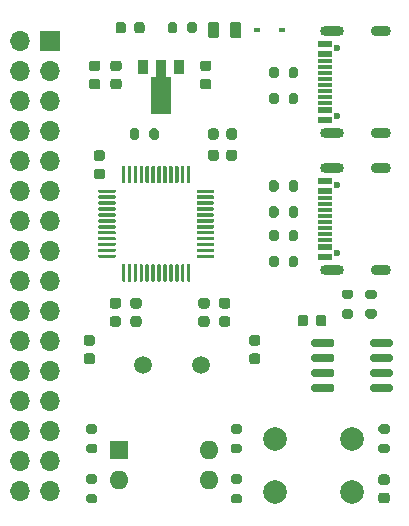
<source format=gts>
G04 #@! TF.GenerationSoftware,KiCad,Pcbnew,5.1.8+dfsg1-1~bpo10+1*
G04 #@! TF.CreationDate,2020-11-15T21:14:17+08:00*
G04 #@! TF.ProjectId,stm32-io-extend,73746d33-322d-4696-9f2d-657874656e64,rev?*
G04 #@! TF.SameCoordinates,Original*
G04 #@! TF.FileFunction,Soldermask,Top*
G04 #@! TF.FilePolarity,Negative*
%FSLAX46Y46*%
G04 Gerber Fmt 4.6, Leading zero omitted, Abs format (unit mm)*
G04 Created by KiCad (PCBNEW 5.1.8+dfsg1-1~bpo10+1) date 2020-11-15 21:14:17*
%MOMM*%
%LPD*%
G01*
G04 APERTURE LIST*
%ADD10R,0.600000X0.450000*%
%ADD11O,2.000000X0.900000*%
%ADD12O,1.700000X0.900000*%
%ADD13R,1.160000X0.300000*%
%ADD14C,0.600000*%
%ADD15R,1.160000X0.600000*%
%ADD16R,1.700000X1.700000*%
%ADD17O,1.700000X1.700000*%
%ADD18R,1.600000X1.600000*%
%ADD19O,1.600000X1.600000*%
%ADD20C,2.000000*%
%ADD21R,0.900000X1.300000*%
%ADD22C,0.100000*%
%ADD23C,1.500000*%
G04 APERTURE END LIST*
G04 #@! TO.C,C1*
G36*
G01*
X119850000Y-43825000D02*
X119350000Y-43825000D01*
G75*
G02*
X119125000Y-43600000I0J225000D01*
G01*
X119125000Y-43150000D01*
G75*
G02*
X119350000Y-42925000I225000J0D01*
G01*
X119850000Y-42925000D01*
G75*
G02*
X120075000Y-43150000I0J-225000D01*
G01*
X120075000Y-43600000D01*
G75*
G02*
X119850000Y-43825000I-225000J0D01*
G01*
G37*
G36*
G01*
X119850000Y-42275000D02*
X119350000Y-42275000D01*
G75*
G02*
X119125000Y-42050000I0J225000D01*
G01*
X119125000Y-41600000D01*
G75*
G02*
X119350000Y-41375000I225000J0D01*
G01*
X119850000Y-41375000D01*
G75*
G02*
X120075000Y-41600000I0J-225000D01*
G01*
X120075000Y-42050000D01*
G75*
G02*
X119850000Y-42275000I-225000J0D01*
G01*
G37*
G04 #@! TD*
G04 #@! TO.C,C2*
G36*
G01*
X128200000Y-53875000D02*
X128700000Y-53875000D01*
G75*
G02*
X128925000Y-54100000I0J-225000D01*
G01*
X128925000Y-54550000D01*
G75*
G02*
X128700000Y-54775000I-225000J0D01*
G01*
X128200000Y-54775000D01*
G75*
G02*
X127975000Y-54550000I0J225000D01*
G01*
X127975000Y-54100000D01*
G75*
G02*
X128200000Y-53875000I225000J0D01*
G01*
G37*
G36*
G01*
X128200000Y-55425000D02*
X128700000Y-55425000D01*
G75*
G02*
X128925000Y-55650000I0J-225000D01*
G01*
X128925000Y-56100000D01*
G75*
G02*
X128700000Y-56325000I-225000J0D01*
G01*
X128200000Y-56325000D01*
G75*
G02*
X127975000Y-56100000I0J225000D01*
G01*
X127975000Y-55650000D01*
G75*
G02*
X128200000Y-55425000I225000J0D01*
G01*
G37*
G04 #@! TD*
G04 #@! TO.C,C3*
G36*
G01*
X128800000Y-42050000D02*
X128800000Y-41550000D01*
G75*
G02*
X129025000Y-41325000I225000J0D01*
G01*
X129475000Y-41325000D01*
G75*
G02*
X129700000Y-41550000I0J-225000D01*
G01*
X129700000Y-42050000D01*
G75*
G02*
X129475000Y-42275000I-225000J0D01*
G01*
X129025000Y-42275000D01*
G75*
G02*
X128800000Y-42050000I0J225000D01*
G01*
G37*
G36*
G01*
X130350000Y-42050000D02*
X130350000Y-41550000D01*
G75*
G02*
X130575000Y-41325000I225000J0D01*
G01*
X131025000Y-41325000D01*
G75*
G02*
X131250000Y-41550000I0J-225000D01*
G01*
X131250000Y-42050000D01*
G75*
G02*
X131025000Y-42275000I-225000J0D01*
G01*
X130575000Y-42275000D01*
G75*
G02*
X130350000Y-42050000I0J225000D01*
G01*
G37*
G04 #@! TD*
G04 #@! TO.C,C4*
G36*
G01*
X129950000Y-55425000D02*
X130450000Y-55425000D01*
G75*
G02*
X130675000Y-55650000I0J-225000D01*
G01*
X130675000Y-56100000D01*
G75*
G02*
X130450000Y-56325000I-225000J0D01*
G01*
X129950000Y-56325000D01*
G75*
G02*
X129725000Y-56100000I0J225000D01*
G01*
X129725000Y-55650000D01*
G75*
G02*
X129950000Y-55425000I225000J0D01*
G01*
G37*
G36*
G01*
X129950000Y-53875000D02*
X130450000Y-53875000D01*
G75*
G02*
X130675000Y-54100000I0J-225000D01*
G01*
X130675000Y-54550000D01*
G75*
G02*
X130450000Y-54775000I-225000J0D01*
G01*
X129950000Y-54775000D01*
G75*
G02*
X129725000Y-54550000I0J225000D01*
G01*
X129725000Y-54100000D01*
G75*
G02*
X129950000Y-53875000I225000J0D01*
G01*
G37*
G04 #@! TD*
G04 #@! TO.C,C5*
G36*
G01*
X122950000Y-54775000D02*
X122450000Y-54775000D01*
G75*
G02*
X122225000Y-54550000I0J225000D01*
G01*
X122225000Y-54100000D01*
G75*
G02*
X122450000Y-53875000I225000J0D01*
G01*
X122950000Y-53875000D01*
G75*
G02*
X123175000Y-54100000I0J-225000D01*
G01*
X123175000Y-54550000D01*
G75*
G02*
X122950000Y-54775000I-225000J0D01*
G01*
G37*
G36*
G01*
X122950000Y-56325000D02*
X122450000Y-56325000D01*
G75*
G02*
X122225000Y-56100000I0J225000D01*
G01*
X122225000Y-55650000D01*
G75*
G02*
X122450000Y-55425000I225000J0D01*
G01*
X122950000Y-55425000D01*
G75*
G02*
X123175000Y-55650000I0J-225000D01*
G01*
X123175000Y-56100000D01*
G75*
G02*
X122950000Y-56325000I-225000J0D01*
G01*
G37*
G04 #@! TD*
G04 #@! TO.C,C6*
G36*
G01*
X120750000Y-33775000D02*
X121250000Y-33775000D01*
G75*
G02*
X121475000Y-34000000I0J-225000D01*
G01*
X121475000Y-34450000D01*
G75*
G02*
X121250000Y-34675000I-225000J0D01*
G01*
X120750000Y-34675000D01*
G75*
G02*
X120525000Y-34450000I0J225000D01*
G01*
X120525000Y-34000000D01*
G75*
G02*
X120750000Y-33775000I225000J0D01*
G01*
G37*
G36*
G01*
X120750000Y-35325000D02*
X121250000Y-35325000D01*
G75*
G02*
X121475000Y-35550000I0J-225000D01*
G01*
X121475000Y-36000000D01*
G75*
G02*
X121250000Y-36225000I-225000J0D01*
G01*
X120750000Y-36225000D01*
G75*
G02*
X120525000Y-36000000I0J225000D01*
G01*
X120525000Y-35550000D01*
G75*
G02*
X120750000Y-35325000I225000J0D01*
G01*
G37*
G04 #@! TD*
G04 #@! TO.C,C7*
G36*
G01*
X121200000Y-56325000D02*
X120700000Y-56325000D01*
G75*
G02*
X120475000Y-56100000I0J225000D01*
G01*
X120475000Y-55650000D01*
G75*
G02*
X120700000Y-55425000I225000J0D01*
G01*
X121200000Y-55425000D01*
G75*
G02*
X121425000Y-55650000I0J-225000D01*
G01*
X121425000Y-56100000D01*
G75*
G02*
X121200000Y-56325000I-225000J0D01*
G01*
G37*
G36*
G01*
X121200000Y-54775000D02*
X120700000Y-54775000D01*
G75*
G02*
X120475000Y-54550000I0J225000D01*
G01*
X120475000Y-54100000D01*
G75*
G02*
X120700000Y-53875000I225000J0D01*
G01*
X121200000Y-53875000D01*
G75*
G02*
X121425000Y-54100000I0J-225000D01*
G01*
X121425000Y-54550000D01*
G75*
G02*
X121200000Y-54775000I-225000J0D01*
G01*
G37*
G04 #@! TD*
G04 #@! TO.C,C8*
G36*
G01*
X118950000Y-35325000D02*
X119450000Y-35325000D01*
G75*
G02*
X119675000Y-35550000I0J-225000D01*
G01*
X119675000Y-36000000D01*
G75*
G02*
X119450000Y-36225000I-225000J0D01*
G01*
X118950000Y-36225000D01*
G75*
G02*
X118725000Y-36000000I0J225000D01*
G01*
X118725000Y-35550000D01*
G75*
G02*
X118950000Y-35325000I225000J0D01*
G01*
G37*
G36*
G01*
X118950000Y-33775000D02*
X119450000Y-33775000D01*
G75*
G02*
X119675000Y-34000000I0J-225000D01*
G01*
X119675000Y-34450000D01*
G75*
G02*
X119450000Y-34675000I-225000J0D01*
G01*
X118950000Y-34675000D01*
G75*
G02*
X118725000Y-34450000I0J225000D01*
G01*
X118725000Y-34000000D01*
G75*
G02*
X118950000Y-33775000I225000J0D01*
G01*
G37*
G04 #@! TD*
G04 #@! TO.C,C9*
G36*
G01*
X137275000Y-55550000D02*
X137275000Y-56050000D01*
G75*
G02*
X137050000Y-56275000I-225000J0D01*
G01*
X136600000Y-56275000D01*
G75*
G02*
X136375000Y-56050000I0J225000D01*
G01*
X136375000Y-55550000D01*
G75*
G02*
X136600000Y-55325000I225000J0D01*
G01*
X137050000Y-55325000D01*
G75*
G02*
X137275000Y-55550000I0J-225000D01*
G01*
G37*
G36*
G01*
X138825000Y-55550000D02*
X138825000Y-56050000D01*
G75*
G02*
X138600000Y-56275000I-225000J0D01*
G01*
X138150000Y-56275000D01*
G75*
G02*
X137925000Y-56050000I0J225000D01*
G01*
X137925000Y-55550000D01*
G75*
G02*
X138150000Y-55325000I225000J0D01*
G01*
X138600000Y-55325000D01*
G75*
G02*
X138825000Y-55550000I0J-225000D01*
G01*
G37*
G04 #@! TD*
G04 #@! TO.C,C10*
G36*
G01*
X130350000Y-40250000D02*
X130350000Y-39750000D01*
G75*
G02*
X130575000Y-39525000I225000J0D01*
G01*
X131025000Y-39525000D01*
G75*
G02*
X131250000Y-39750000I0J-225000D01*
G01*
X131250000Y-40250000D01*
G75*
G02*
X131025000Y-40475000I-225000J0D01*
G01*
X130575000Y-40475000D01*
G75*
G02*
X130350000Y-40250000I0J225000D01*
G01*
G37*
G36*
G01*
X128800000Y-40250000D02*
X128800000Y-39750000D01*
G75*
G02*
X129025000Y-39525000I225000J0D01*
G01*
X129475000Y-39525000D01*
G75*
G02*
X129700000Y-39750000I0J-225000D01*
G01*
X129700000Y-40250000D01*
G75*
G02*
X129475000Y-40475000I-225000J0D01*
G01*
X129025000Y-40475000D01*
G75*
G02*
X128800000Y-40250000I0J225000D01*
G01*
G37*
G04 #@! TD*
G04 #@! TO.C,C11*
G36*
G01*
X143450000Y-68825000D02*
X143950000Y-68825000D01*
G75*
G02*
X144175000Y-69050000I0J-225000D01*
G01*
X144175000Y-69500000D01*
G75*
G02*
X143950000Y-69725000I-225000J0D01*
G01*
X143450000Y-69725000D01*
G75*
G02*
X143225000Y-69500000I0J225000D01*
G01*
X143225000Y-69050000D01*
G75*
G02*
X143450000Y-68825000I225000J0D01*
G01*
G37*
G36*
G01*
X143450000Y-70375000D02*
X143950000Y-70375000D01*
G75*
G02*
X144175000Y-70600000I0J-225000D01*
G01*
X144175000Y-71050000D01*
G75*
G02*
X143950000Y-71275000I-225000J0D01*
G01*
X143450000Y-71275000D01*
G75*
G02*
X143225000Y-71050000I0J225000D01*
G01*
X143225000Y-70600000D01*
G75*
G02*
X143450000Y-70375000I225000J0D01*
G01*
G37*
G04 #@! TD*
G04 #@! TO.C,C12*
G36*
G01*
X128350000Y-35325000D02*
X128850000Y-35325000D01*
G75*
G02*
X129075000Y-35550000I0J-225000D01*
G01*
X129075000Y-36000000D01*
G75*
G02*
X128850000Y-36225000I-225000J0D01*
G01*
X128350000Y-36225000D01*
G75*
G02*
X128125000Y-36000000I0J225000D01*
G01*
X128125000Y-35550000D01*
G75*
G02*
X128350000Y-35325000I225000J0D01*
G01*
G37*
G36*
G01*
X128350000Y-33775000D02*
X128850000Y-33775000D01*
G75*
G02*
X129075000Y-34000000I0J-225000D01*
G01*
X129075000Y-34450000D01*
G75*
G02*
X128850000Y-34675000I-225000J0D01*
G01*
X128350000Y-34675000D01*
G75*
G02*
X128125000Y-34450000I0J225000D01*
G01*
X128125000Y-34000000D01*
G75*
G02*
X128350000Y-33775000I225000J0D01*
G01*
G37*
G04 #@! TD*
G04 #@! TO.C,C13*
G36*
G01*
X119000000Y-59475000D02*
X118500000Y-59475000D01*
G75*
G02*
X118275000Y-59250000I0J225000D01*
G01*
X118275000Y-58800000D01*
G75*
G02*
X118500000Y-58575000I225000J0D01*
G01*
X119000000Y-58575000D01*
G75*
G02*
X119225000Y-58800000I0J-225000D01*
G01*
X119225000Y-59250000D01*
G75*
G02*
X119000000Y-59475000I-225000J0D01*
G01*
G37*
G36*
G01*
X119000000Y-57925000D02*
X118500000Y-57925000D01*
G75*
G02*
X118275000Y-57700000I0J225000D01*
G01*
X118275000Y-57250000D01*
G75*
G02*
X118500000Y-57025000I225000J0D01*
G01*
X119000000Y-57025000D01*
G75*
G02*
X119225000Y-57250000I0J-225000D01*
G01*
X119225000Y-57700000D01*
G75*
G02*
X119000000Y-57925000I-225000J0D01*
G01*
G37*
G04 #@! TD*
G04 #@! TO.C,C14*
G36*
G01*
X133000000Y-57925000D02*
X132500000Y-57925000D01*
G75*
G02*
X132275000Y-57700000I0J225000D01*
G01*
X132275000Y-57250000D01*
G75*
G02*
X132500000Y-57025000I225000J0D01*
G01*
X133000000Y-57025000D01*
G75*
G02*
X133225000Y-57250000I0J-225000D01*
G01*
X133225000Y-57700000D01*
G75*
G02*
X133000000Y-57925000I-225000J0D01*
G01*
G37*
G36*
G01*
X133000000Y-59475000D02*
X132500000Y-59475000D01*
G75*
G02*
X132275000Y-59250000I0J225000D01*
G01*
X132275000Y-58800000D01*
G75*
G02*
X132500000Y-58575000I225000J0D01*
G01*
X133000000Y-58575000D01*
G75*
G02*
X133225000Y-58800000I0J-225000D01*
G01*
X133225000Y-59250000D01*
G75*
G02*
X133000000Y-59475000I-225000J0D01*
G01*
G37*
G04 #@! TD*
D10*
G04 #@! TO.C,D1*
X132950000Y-31200000D03*
X135050000Y-31200000D03*
G04 #@! TD*
G04 #@! TO.C,D2*
G36*
G01*
X123425000Y-30743750D02*
X123425000Y-31256250D01*
G75*
G02*
X123206250Y-31475000I-218750J0D01*
G01*
X122768750Y-31475000D01*
G75*
G02*
X122550000Y-31256250I0J218750D01*
G01*
X122550000Y-30743750D01*
G75*
G02*
X122768750Y-30525000I218750J0D01*
G01*
X123206250Y-30525000D01*
G75*
G02*
X123425000Y-30743750I0J-218750D01*
G01*
G37*
G36*
G01*
X121850000Y-30743750D02*
X121850000Y-31256250D01*
G75*
G02*
X121631250Y-31475000I-218750J0D01*
G01*
X121193750Y-31475000D01*
G75*
G02*
X120975000Y-31256250I0J218750D01*
G01*
X120975000Y-30743750D01*
G75*
G02*
X121193750Y-30525000I218750J0D01*
G01*
X121631250Y-30525000D01*
G75*
G02*
X121850000Y-30743750I0J-218750D01*
G01*
G37*
G04 #@! TD*
G04 #@! TO.C,F1*
G36*
G01*
X128775000Y-31656250D02*
X128775000Y-30743750D01*
G75*
G02*
X129018750Y-30500000I243750J0D01*
G01*
X129506250Y-30500000D01*
G75*
G02*
X129750000Y-30743750I0J-243750D01*
G01*
X129750000Y-31656250D01*
G75*
G02*
X129506250Y-31900000I-243750J0D01*
G01*
X129018750Y-31900000D01*
G75*
G02*
X128775000Y-31656250I0J243750D01*
G01*
G37*
G36*
G01*
X130650000Y-31656250D02*
X130650000Y-30743750D01*
G75*
G02*
X130893750Y-30500000I243750J0D01*
G01*
X131381250Y-30500000D01*
G75*
G02*
X131625000Y-30743750I0J-243750D01*
G01*
X131625000Y-31656250D01*
G75*
G02*
X131381250Y-31900000I-243750J0D01*
G01*
X130893750Y-31900000D01*
G75*
G02*
X130650000Y-31656250I0J243750D01*
G01*
G37*
G04 #@! TD*
D11*
G04 #@! TO.C,J1*
X139270000Y-39920000D03*
X139270000Y-31280000D03*
D12*
X143440000Y-39920000D03*
X143440000Y-31280000D03*
D13*
X138690000Y-36350000D03*
X138690000Y-35850000D03*
X138690000Y-35350000D03*
X138690000Y-37350000D03*
X138690000Y-36850000D03*
X138690000Y-34350000D03*
X138690000Y-34850000D03*
X138690000Y-33850000D03*
D14*
X139750000Y-32710000D03*
X139750000Y-38490000D03*
D15*
X138690000Y-38000000D03*
X138690000Y-38000000D03*
X138690000Y-38800000D03*
X138690000Y-38800000D03*
X138690000Y-33200000D03*
X138690000Y-32400000D03*
X138690000Y-33200000D03*
X138690000Y-32400000D03*
G04 #@! TD*
G04 #@! TO.C,J2*
X138690000Y-44000000D03*
X138690000Y-44800000D03*
X138690000Y-44000000D03*
X138690000Y-44800000D03*
X138690000Y-50400000D03*
X138690000Y-50400000D03*
X138690000Y-49600000D03*
X138690000Y-49600000D03*
D14*
X139750000Y-50090000D03*
X139750000Y-44310000D03*
D13*
X138690000Y-45450000D03*
X138690000Y-46450000D03*
X138690000Y-45950000D03*
X138690000Y-48450000D03*
X138690000Y-48950000D03*
X138690000Y-46950000D03*
X138690000Y-47450000D03*
X138690000Y-47950000D03*
D12*
X143440000Y-42880000D03*
X143440000Y-51520000D03*
D11*
X139270000Y-42880000D03*
X139270000Y-51520000D03*
G04 #@! TD*
D16*
G04 #@! TO.C,J3*
X115400000Y-32150000D03*
D17*
X112860000Y-32150000D03*
X115400000Y-34690000D03*
X112860000Y-34690000D03*
X115400000Y-37230000D03*
X112860000Y-37230000D03*
X115400000Y-39770000D03*
X112860000Y-39770000D03*
X115400000Y-42310000D03*
X112860000Y-42310000D03*
X115400000Y-44850000D03*
X112860000Y-44850000D03*
X115400000Y-47390000D03*
X112860000Y-47390000D03*
X115400000Y-49930000D03*
X112860000Y-49930000D03*
X115400000Y-52470000D03*
X112860000Y-52470000D03*
X115400000Y-55010000D03*
X112860000Y-55010000D03*
X115400000Y-57550000D03*
X112860000Y-57550000D03*
X115400000Y-60090000D03*
X112860000Y-60090000D03*
X115400000Y-62630000D03*
X112860000Y-62630000D03*
X115400000Y-65170000D03*
X112860000Y-65170000D03*
X115400000Y-67710000D03*
X112860000Y-67710000D03*
X115400000Y-70250000D03*
X112860000Y-70250000D03*
G04 #@! TD*
G04 #@! TO.C,R1*
G36*
G01*
X119225000Y-69625000D02*
X118675000Y-69625000D01*
G75*
G02*
X118475000Y-69425000I0J200000D01*
G01*
X118475000Y-69025000D01*
G75*
G02*
X118675000Y-68825000I200000J0D01*
G01*
X119225000Y-68825000D01*
G75*
G02*
X119425000Y-69025000I0J-200000D01*
G01*
X119425000Y-69425000D01*
G75*
G02*
X119225000Y-69625000I-200000J0D01*
G01*
G37*
G36*
G01*
X119225000Y-71275000D02*
X118675000Y-71275000D01*
G75*
G02*
X118475000Y-71075000I0J200000D01*
G01*
X118475000Y-70675000D01*
G75*
G02*
X118675000Y-70475000I200000J0D01*
G01*
X119225000Y-70475000D01*
G75*
G02*
X119425000Y-70675000I0J-200000D01*
G01*
X119425000Y-71075000D01*
G75*
G02*
X119225000Y-71275000I-200000J0D01*
G01*
G37*
G04 #@! TD*
G04 #@! TO.C,R2*
G36*
G01*
X119225000Y-67025000D02*
X118675000Y-67025000D01*
G75*
G02*
X118475000Y-66825000I0J200000D01*
G01*
X118475000Y-66425000D01*
G75*
G02*
X118675000Y-66225000I200000J0D01*
G01*
X119225000Y-66225000D01*
G75*
G02*
X119425000Y-66425000I0J-200000D01*
G01*
X119425000Y-66825000D01*
G75*
G02*
X119225000Y-67025000I-200000J0D01*
G01*
G37*
G36*
G01*
X119225000Y-65375000D02*
X118675000Y-65375000D01*
G75*
G02*
X118475000Y-65175000I0J200000D01*
G01*
X118475000Y-64775000D01*
G75*
G02*
X118675000Y-64575000I200000J0D01*
G01*
X119225000Y-64575000D01*
G75*
G02*
X119425000Y-64775000I0J-200000D01*
G01*
X119425000Y-65175000D01*
G75*
G02*
X119225000Y-65375000I-200000J0D01*
G01*
G37*
G04 #@! TD*
G04 #@! TO.C,R3*
G36*
G01*
X127825000Y-30725000D02*
X127825000Y-31275000D01*
G75*
G02*
X127625000Y-31475000I-200000J0D01*
G01*
X127225000Y-31475000D01*
G75*
G02*
X127025000Y-31275000I0J200000D01*
G01*
X127025000Y-30725000D01*
G75*
G02*
X127225000Y-30525000I200000J0D01*
G01*
X127625000Y-30525000D01*
G75*
G02*
X127825000Y-30725000I0J-200000D01*
G01*
G37*
G36*
G01*
X126175000Y-30725000D02*
X126175000Y-31275000D01*
G75*
G02*
X125975000Y-31475000I-200000J0D01*
G01*
X125575000Y-31475000D01*
G75*
G02*
X125375000Y-31275000I0J200000D01*
G01*
X125375000Y-30725000D01*
G75*
G02*
X125575000Y-30525000I200000J0D01*
G01*
X125975000Y-30525000D01*
G75*
G02*
X126175000Y-30725000I0J-200000D01*
G01*
G37*
G04 #@! TD*
G04 #@! TO.C,R4*
G36*
G01*
X133975000Y-37275000D02*
X133975000Y-36725000D01*
G75*
G02*
X134175000Y-36525000I200000J0D01*
G01*
X134575000Y-36525000D01*
G75*
G02*
X134775000Y-36725000I0J-200000D01*
G01*
X134775000Y-37275000D01*
G75*
G02*
X134575000Y-37475000I-200000J0D01*
G01*
X134175000Y-37475000D01*
G75*
G02*
X133975000Y-37275000I0J200000D01*
G01*
G37*
G36*
G01*
X135625000Y-37275000D02*
X135625000Y-36725000D01*
G75*
G02*
X135825000Y-36525000I200000J0D01*
G01*
X136225000Y-36525000D01*
G75*
G02*
X136425000Y-36725000I0J-200000D01*
G01*
X136425000Y-37275000D01*
G75*
G02*
X136225000Y-37475000I-200000J0D01*
G01*
X135825000Y-37475000D01*
G75*
G02*
X135625000Y-37275000I0J200000D01*
G01*
G37*
G04 #@! TD*
G04 #@! TO.C,R5*
G36*
G01*
X142875000Y-53975000D02*
X142325000Y-53975000D01*
G75*
G02*
X142125000Y-53775000I0J200000D01*
G01*
X142125000Y-53375000D01*
G75*
G02*
X142325000Y-53175000I200000J0D01*
G01*
X142875000Y-53175000D01*
G75*
G02*
X143075000Y-53375000I0J-200000D01*
G01*
X143075000Y-53775000D01*
G75*
G02*
X142875000Y-53975000I-200000J0D01*
G01*
G37*
G36*
G01*
X142875000Y-55625000D02*
X142325000Y-55625000D01*
G75*
G02*
X142125000Y-55425000I0J200000D01*
G01*
X142125000Y-55025000D01*
G75*
G02*
X142325000Y-54825000I200000J0D01*
G01*
X142875000Y-54825000D01*
G75*
G02*
X143075000Y-55025000I0J-200000D01*
G01*
X143075000Y-55425000D01*
G75*
G02*
X142875000Y-55625000I-200000J0D01*
G01*
G37*
G04 #@! TD*
G04 #@! TO.C,R6*
G36*
G01*
X140875000Y-55625000D02*
X140325000Y-55625000D01*
G75*
G02*
X140125000Y-55425000I0J200000D01*
G01*
X140125000Y-55025000D01*
G75*
G02*
X140325000Y-54825000I200000J0D01*
G01*
X140875000Y-54825000D01*
G75*
G02*
X141075000Y-55025000I0J-200000D01*
G01*
X141075000Y-55425000D01*
G75*
G02*
X140875000Y-55625000I-200000J0D01*
G01*
G37*
G36*
G01*
X140875000Y-53975000D02*
X140325000Y-53975000D01*
G75*
G02*
X140125000Y-53775000I0J200000D01*
G01*
X140125000Y-53375000D01*
G75*
G02*
X140325000Y-53175000I200000J0D01*
G01*
X140875000Y-53175000D01*
G75*
G02*
X141075000Y-53375000I0J-200000D01*
G01*
X141075000Y-53775000D01*
G75*
G02*
X140875000Y-53975000I-200000J0D01*
G01*
G37*
G04 #@! TD*
G04 #@! TO.C,R7*
G36*
G01*
X135625000Y-35075000D02*
X135625000Y-34525000D01*
G75*
G02*
X135825000Y-34325000I200000J0D01*
G01*
X136225000Y-34325000D01*
G75*
G02*
X136425000Y-34525000I0J-200000D01*
G01*
X136425000Y-35075000D01*
G75*
G02*
X136225000Y-35275000I-200000J0D01*
G01*
X135825000Y-35275000D01*
G75*
G02*
X135625000Y-35075000I0J200000D01*
G01*
G37*
G36*
G01*
X133975000Y-35075000D02*
X133975000Y-34525000D01*
G75*
G02*
X134175000Y-34325000I200000J0D01*
G01*
X134575000Y-34325000D01*
G75*
G02*
X134775000Y-34525000I0J-200000D01*
G01*
X134775000Y-35075000D01*
G75*
G02*
X134575000Y-35275000I-200000J0D01*
G01*
X134175000Y-35275000D01*
G75*
G02*
X133975000Y-35075000I0J200000D01*
G01*
G37*
G04 #@! TD*
G04 #@! TO.C,R8*
G36*
G01*
X131475000Y-71275000D02*
X130925000Y-71275000D01*
G75*
G02*
X130725000Y-71075000I0J200000D01*
G01*
X130725000Y-70675000D01*
G75*
G02*
X130925000Y-70475000I200000J0D01*
G01*
X131475000Y-70475000D01*
G75*
G02*
X131675000Y-70675000I0J-200000D01*
G01*
X131675000Y-71075000D01*
G75*
G02*
X131475000Y-71275000I-200000J0D01*
G01*
G37*
G36*
G01*
X131475000Y-69625000D02*
X130925000Y-69625000D01*
G75*
G02*
X130725000Y-69425000I0J200000D01*
G01*
X130725000Y-69025000D01*
G75*
G02*
X130925000Y-68825000I200000J0D01*
G01*
X131475000Y-68825000D01*
G75*
G02*
X131675000Y-69025000I0J-200000D01*
G01*
X131675000Y-69425000D01*
G75*
G02*
X131475000Y-69625000I-200000J0D01*
G01*
G37*
G04 #@! TD*
G04 #@! TO.C,R9*
G36*
G01*
X143425000Y-64575000D02*
X143975000Y-64575000D01*
G75*
G02*
X144175000Y-64775000I0J-200000D01*
G01*
X144175000Y-65175000D01*
G75*
G02*
X143975000Y-65375000I-200000J0D01*
G01*
X143425000Y-65375000D01*
G75*
G02*
X143225000Y-65175000I0J200000D01*
G01*
X143225000Y-64775000D01*
G75*
G02*
X143425000Y-64575000I200000J0D01*
G01*
G37*
G36*
G01*
X143425000Y-66225000D02*
X143975000Y-66225000D01*
G75*
G02*
X144175000Y-66425000I0J-200000D01*
G01*
X144175000Y-66825000D01*
G75*
G02*
X143975000Y-67025000I-200000J0D01*
G01*
X143425000Y-67025000D01*
G75*
G02*
X143225000Y-66825000I0J200000D01*
G01*
X143225000Y-66425000D01*
G75*
G02*
X143425000Y-66225000I200000J0D01*
G01*
G37*
G04 #@! TD*
G04 #@! TO.C,R10*
G36*
G01*
X130925000Y-66225000D02*
X131475000Y-66225000D01*
G75*
G02*
X131675000Y-66425000I0J-200000D01*
G01*
X131675000Y-66825000D01*
G75*
G02*
X131475000Y-67025000I-200000J0D01*
G01*
X130925000Y-67025000D01*
G75*
G02*
X130725000Y-66825000I0J200000D01*
G01*
X130725000Y-66425000D01*
G75*
G02*
X130925000Y-66225000I200000J0D01*
G01*
G37*
G36*
G01*
X130925000Y-64575000D02*
X131475000Y-64575000D01*
G75*
G02*
X131675000Y-64775000I0J-200000D01*
G01*
X131675000Y-65175000D01*
G75*
G02*
X131475000Y-65375000I-200000J0D01*
G01*
X130925000Y-65375000D01*
G75*
G02*
X130725000Y-65175000I0J200000D01*
G01*
X130725000Y-64775000D01*
G75*
G02*
X130925000Y-64575000I200000J0D01*
G01*
G37*
G04 #@! TD*
G04 #@! TO.C,R11*
G36*
G01*
X136425000Y-44125000D02*
X136425000Y-44675000D01*
G75*
G02*
X136225000Y-44875000I-200000J0D01*
G01*
X135825000Y-44875000D01*
G75*
G02*
X135625000Y-44675000I0J200000D01*
G01*
X135625000Y-44125000D01*
G75*
G02*
X135825000Y-43925000I200000J0D01*
G01*
X136225000Y-43925000D01*
G75*
G02*
X136425000Y-44125000I0J-200000D01*
G01*
G37*
G36*
G01*
X134775000Y-44125000D02*
X134775000Y-44675000D01*
G75*
G02*
X134575000Y-44875000I-200000J0D01*
G01*
X134175000Y-44875000D01*
G75*
G02*
X133975000Y-44675000I0J200000D01*
G01*
X133975000Y-44125000D01*
G75*
G02*
X134175000Y-43925000I200000J0D01*
G01*
X134575000Y-43925000D01*
G75*
G02*
X134775000Y-44125000I0J-200000D01*
G01*
G37*
G04 #@! TD*
G04 #@! TO.C,R12*
G36*
G01*
X135625000Y-46875000D02*
X135625000Y-46325000D01*
G75*
G02*
X135825000Y-46125000I200000J0D01*
G01*
X136225000Y-46125000D01*
G75*
G02*
X136425000Y-46325000I0J-200000D01*
G01*
X136425000Y-46875000D01*
G75*
G02*
X136225000Y-47075000I-200000J0D01*
G01*
X135825000Y-47075000D01*
G75*
G02*
X135625000Y-46875000I0J200000D01*
G01*
G37*
G36*
G01*
X133975000Y-46875000D02*
X133975000Y-46325000D01*
G75*
G02*
X134175000Y-46125000I200000J0D01*
G01*
X134575000Y-46125000D01*
G75*
G02*
X134775000Y-46325000I0J-200000D01*
G01*
X134775000Y-46875000D01*
G75*
G02*
X134575000Y-47075000I-200000J0D01*
G01*
X134175000Y-47075000D01*
G75*
G02*
X133975000Y-46875000I0J200000D01*
G01*
G37*
G04 #@! TD*
G04 #@! TO.C,R13*
G36*
G01*
X122975000Y-39725000D02*
X122975000Y-40275000D01*
G75*
G02*
X122775000Y-40475000I-200000J0D01*
G01*
X122375000Y-40475000D01*
G75*
G02*
X122175000Y-40275000I0J200000D01*
G01*
X122175000Y-39725000D01*
G75*
G02*
X122375000Y-39525000I200000J0D01*
G01*
X122775000Y-39525000D01*
G75*
G02*
X122975000Y-39725000I0J-200000D01*
G01*
G37*
G36*
G01*
X124625000Y-39725000D02*
X124625000Y-40275000D01*
G75*
G02*
X124425000Y-40475000I-200000J0D01*
G01*
X124025000Y-40475000D01*
G75*
G02*
X123825000Y-40275000I0J200000D01*
G01*
X123825000Y-39725000D01*
G75*
G02*
X124025000Y-39525000I200000J0D01*
G01*
X124425000Y-39525000D01*
G75*
G02*
X124625000Y-39725000I0J-200000D01*
G01*
G37*
G04 #@! TD*
G04 #@! TO.C,R14*
G36*
G01*
X134775000Y-50525000D02*
X134775000Y-51075000D01*
G75*
G02*
X134575000Y-51275000I-200000J0D01*
G01*
X134175000Y-51275000D01*
G75*
G02*
X133975000Y-51075000I0J200000D01*
G01*
X133975000Y-50525000D01*
G75*
G02*
X134175000Y-50325000I200000J0D01*
G01*
X134575000Y-50325000D01*
G75*
G02*
X134775000Y-50525000I0J-200000D01*
G01*
G37*
G36*
G01*
X136425000Y-50525000D02*
X136425000Y-51075000D01*
G75*
G02*
X136225000Y-51275000I-200000J0D01*
G01*
X135825000Y-51275000D01*
G75*
G02*
X135625000Y-51075000I0J200000D01*
G01*
X135625000Y-50525000D01*
G75*
G02*
X135825000Y-50325000I200000J0D01*
G01*
X136225000Y-50325000D01*
G75*
G02*
X136425000Y-50525000I0J-200000D01*
G01*
G37*
G04 #@! TD*
G04 #@! TO.C,R15*
G36*
G01*
X133975000Y-48875000D02*
X133975000Y-48325000D01*
G75*
G02*
X134175000Y-48125000I200000J0D01*
G01*
X134575000Y-48125000D01*
G75*
G02*
X134775000Y-48325000I0J-200000D01*
G01*
X134775000Y-48875000D01*
G75*
G02*
X134575000Y-49075000I-200000J0D01*
G01*
X134175000Y-49075000D01*
G75*
G02*
X133975000Y-48875000I0J200000D01*
G01*
G37*
G36*
G01*
X135625000Y-48875000D02*
X135625000Y-48325000D01*
G75*
G02*
X135825000Y-48125000I200000J0D01*
G01*
X136225000Y-48125000D01*
G75*
G02*
X136425000Y-48325000I0J-200000D01*
G01*
X136425000Y-48875000D01*
G75*
G02*
X136225000Y-49075000I-200000J0D01*
G01*
X135825000Y-49075000D01*
G75*
G02*
X135625000Y-48875000I0J200000D01*
G01*
G37*
G04 #@! TD*
D18*
G04 #@! TO.C,SW1*
X121300000Y-66750000D03*
D19*
X128920000Y-69290000D03*
X121300000Y-69290000D03*
X128920000Y-66750000D03*
G04 #@! TD*
D20*
G04 #@! TO.C,SW2*
X134450000Y-70300000D03*
X134450000Y-65800000D03*
X140950000Y-70300000D03*
X140950000Y-65800000D03*
G04 #@! TD*
D21*
G04 #@! TO.C,U1*
X126300000Y-34350000D03*
X123300000Y-34350000D03*
D22*
G36*
X123933500Y-38300000D02*
G01*
X123933500Y-35175000D01*
X124350000Y-35175000D01*
X124350000Y-33700000D01*
X125250000Y-33700000D01*
X125250000Y-35175000D01*
X125666500Y-35175000D01*
X125666500Y-38300000D01*
X123933500Y-38300000D01*
G37*
G04 #@! TD*
G04 #@! TO.C,U2*
G36*
G01*
X144450000Y-61355000D02*
X144450000Y-61655000D01*
G75*
G02*
X144300000Y-61805000I-150000J0D01*
G01*
X142650000Y-61805000D01*
G75*
G02*
X142500000Y-61655000I0J150000D01*
G01*
X142500000Y-61355000D01*
G75*
G02*
X142650000Y-61205000I150000J0D01*
G01*
X144300000Y-61205000D01*
G75*
G02*
X144450000Y-61355000I0J-150000D01*
G01*
G37*
G36*
G01*
X144450000Y-60085000D02*
X144450000Y-60385000D01*
G75*
G02*
X144300000Y-60535000I-150000J0D01*
G01*
X142650000Y-60535000D01*
G75*
G02*
X142500000Y-60385000I0J150000D01*
G01*
X142500000Y-60085000D01*
G75*
G02*
X142650000Y-59935000I150000J0D01*
G01*
X144300000Y-59935000D01*
G75*
G02*
X144450000Y-60085000I0J-150000D01*
G01*
G37*
G36*
G01*
X144450000Y-58815000D02*
X144450000Y-59115000D01*
G75*
G02*
X144300000Y-59265000I-150000J0D01*
G01*
X142650000Y-59265000D01*
G75*
G02*
X142500000Y-59115000I0J150000D01*
G01*
X142500000Y-58815000D01*
G75*
G02*
X142650000Y-58665000I150000J0D01*
G01*
X144300000Y-58665000D01*
G75*
G02*
X144450000Y-58815000I0J-150000D01*
G01*
G37*
G36*
G01*
X144450000Y-57545000D02*
X144450000Y-57845000D01*
G75*
G02*
X144300000Y-57995000I-150000J0D01*
G01*
X142650000Y-57995000D01*
G75*
G02*
X142500000Y-57845000I0J150000D01*
G01*
X142500000Y-57545000D01*
G75*
G02*
X142650000Y-57395000I150000J0D01*
G01*
X144300000Y-57395000D01*
G75*
G02*
X144450000Y-57545000I0J-150000D01*
G01*
G37*
G36*
G01*
X139500000Y-57545000D02*
X139500000Y-57845000D01*
G75*
G02*
X139350000Y-57995000I-150000J0D01*
G01*
X137700000Y-57995000D01*
G75*
G02*
X137550000Y-57845000I0J150000D01*
G01*
X137550000Y-57545000D01*
G75*
G02*
X137700000Y-57395000I150000J0D01*
G01*
X139350000Y-57395000D01*
G75*
G02*
X139500000Y-57545000I0J-150000D01*
G01*
G37*
G36*
G01*
X139500000Y-58815000D02*
X139500000Y-59115000D01*
G75*
G02*
X139350000Y-59265000I-150000J0D01*
G01*
X137700000Y-59265000D01*
G75*
G02*
X137550000Y-59115000I0J150000D01*
G01*
X137550000Y-58815000D01*
G75*
G02*
X137700000Y-58665000I150000J0D01*
G01*
X139350000Y-58665000D01*
G75*
G02*
X139500000Y-58815000I0J-150000D01*
G01*
G37*
G36*
G01*
X139500000Y-60085000D02*
X139500000Y-60385000D01*
G75*
G02*
X139350000Y-60535000I-150000J0D01*
G01*
X137700000Y-60535000D01*
G75*
G02*
X137550000Y-60385000I0J150000D01*
G01*
X137550000Y-60085000D01*
G75*
G02*
X137700000Y-59935000I150000J0D01*
G01*
X139350000Y-59935000D01*
G75*
G02*
X139500000Y-60085000I0J-150000D01*
G01*
G37*
G36*
G01*
X139500000Y-61355000D02*
X139500000Y-61655000D01*
G75*
G02*
X139350000Y-61805000I-150000J0D01*
G01*
X137700000Y-61805000D01*
G75*
G02*
X137550000Y-61655000I0J150000D01*
G01*
X137550000Y-61355000D01*
G75*
G02*
X137700000Y-61205000I150000J0D01*
G01*
X139350000Y-61205000D01*
G75*
G02*
X139500000Y-61355000I0J-150000D01*
G01*
G37*
G04 #@! TD*
G04 #@! TO.C,U3*
G36*
G01*
X121725000Y-52500000D02*
X121575000Y-52500000D01*
G75*
G02*
X121500000Y-52425000I0J75000D01*
G01*
X121500000Y-51100000D01*
G75*
G02*
X121575000Y-51025000I75000J0D01*
G01*
X121725000Y-51025000D01*
G75*
G02*
X121800000Y-51100000I0J-75000D01*
G01*
X121800000Y-52425000D01*
G75*
G02*
X121725000Y-52500000I-75000J0D01*
G01*
G37*
G36*
G01*
X122225000Y-52500000D02*
X122075000Y-52500000D01*
G75*
G02*
X122000000Y-52425000I0J75000D01*
G01*
X122000000Y-51100000D01*
G75*
G02*
X122075000Y-51025000I75000J0D01*
G01*
X122225000Y-51025000D01*
G75*
G02*
X122300000Y-51100000I0J-75000D01*
G01*
X122300000Y-52425000D01*
G75*
G02*
X122225000Y-52500000I-75000J0D01*
G01*
G37*
G36*
G01*
X122725000Y-52500000D02*
X122575000Y-52500000D01*
G75*
G02*
X122500000Y-52425000I0J75000D01*
G01*
X122500000Y-51100000D01*
G75*
G02*
X122575000Y-51025000I75000J0D01*
G01*
X122725000Y-51025000D01*
G75*
G02*
X122800000Y-51100000I0J-75000D01*
G01*
X122800000Y-52425000D01*
G75*
G02*
X122725000Y-52500000I-75000J0D01*
G01*
G37*
G36*
G01*
X123225000Y-52500000D02*
X123075000Y-52500000D01*
G75*
G02*
X123000000Y-52425000I0J75000D01*
G01*
X123000000Y-51100000D01*
G75*
G02*
X123075000Y-51025000I75000J0D01*
G01*
X123225000Y-51025000D01*
G75*
G02*
X123300000Y-51100000I0J-75000D01*
G01*
X123300000Y-52425000D01*
G75*
G02*
X123225000Y-52500000I-75000J0D01*
G01*
G37*
G36*
G01*
X123725000Y-52500000D02*
X123575000Y-52500000D01*
G75*
G02*
X123500000Y-52425000I0J75000D01*
G01*
X123500000Y-51100000D01*
G75*
G02*
X123575000Y-51025000I75000J0D01*
G01*
X123725000Y-51025000D01*
G75*
G02*
X123800000Y-51100000I0J-75000D01*
G01*
X123800000Y-52425000D01*
G75*
G02*
X123725000Y-52500000I-75000J0D01*
G01*
G37*
G36*
G01*
X124225000Y-52500000D02*
X124075000Y-52500000D01*
G75*
G02*
X124000000Y-52425000I0J75000D01*
G01*
X124000000Y-51100000D01*
G75*
G02*
X124075000Y-51025000I75000J0D01*
G01*
X124225000Y-51025000D01*
G75*
G02*
X124300000Y-51100000I0J-75000D01*
G01*
X124300000Y-52425000D01*
G75*
G02*
X124225000Y-52500000I-75000J0D01*
G01*
G37*
G36*
G01*
X124725000Y-52500000D02*
X124575000Y-52500000D01*
G75*
G02*
X124500000Y-52425000I0J75000D01*
G01*
X124500000Y-51100000D01*
G75*
G02*
X124575000Y-51025000I75000J0D01*
G01*
X124725000Y-51025000D01*
G75*
G02*
X124800000Y-51100000I0J-75000D01*
G01*
X124800000Y-52425000D01*
G75*
G02*
X124725000Y-52500000I-75000J0D01*
G01*
G37*
G36*
G01*
X125225000Y-52500000D02*
X125075000Y-52500000D01*
G75*
G02*
X125000000Y-52425000I0J75000D01*
G01*
X125000000Y-51100000D01*
G75*
G02*
X125075000Y-51025000I75000J0D01*
G01*
X125225000Y-51025000D01*
G75*
G02*
X125300000Y-51100000I0J-75000D01*
G01*
X125300000Y-52425000D01*
G75*
G02*
X125225000Y-52500000I-75000J0D01*
G01*
G37*
G36*
G01*
X125725000Y-52500000D02*
X125575000Y-52500000D01*
G75*
G02*
X125500000Y-52425000I0J75000D01*
G01*
X125500000Y-51100000D01*
G75*
G02*
X125575000Y-51025000I75000J0D01*
G01*
X125725000Y-51025000D01*
G75*
G02*
X125800000Y-51100000I0J-75000D01*
G01*
X125800000Y-52425000D01*
G75*
G02*
X125725000Y-52500000I-75000J0D01*
G01*
G37*
G36*
G01*
X126225000Y-52500000D02*
X126075000Y-52500000D01*
G75*
G02*
X126000000Y-52425000I0J75000D01*
G01*
X126000000Y-51100000D01*
G75*
G02*
X126075000Y-51025000I75000J0D01*
G01*
X126225000Y-51025000D01*
G75*
G02*
X126300000Y-51100000I0J-75000D01*
G01*
X126300000Y-52425000D01*
G75*
G02*
X126225000Y-52500000I-75000J0D01*
G01*
G37*
G36*
G01*
X126725000Y-52500000D02*
X126575000Y-52500000D01*
G75*
G02*
X126500000Y-52425000I0J75000D01*
G01*
X126500000Y-51100000D01*
G75*
G02*
X126575000Y-51025000I75000J0D01*
G01*
X126725000Y-51025000D01*
G75*
G02*
X126800000Y-51100000I0J-75000D01*
G01*
X126800000Y-52425000D01*
G75*
G02*
X126725000Y-52500000I-75000J0D01*
G01*
G37*
G36*
G01*
X127225000Y-52500000D02*
X127075000Y-52500000D01*
G75*
G02*
X127000000Y-52425000I0J75000D01*
G01*
X127000000Y-51100000D01*
G75*
G02*
X127075000Y-51025000I75000J0D01*
G01*
X127225000Y-51025000D01*
G75*
G02*
X127300000Y-51100000I0J-75000D01*
G01*
X127300000Y-52425000D01*
G75*
G02*
X127225000Y-52500000I-75000J0D01*
G01*
G37*
G36*
G01*
X129225000Y-50500000D02*
X127900000Y-50500000D01*
G75*
G02*
X127825000Y-50425000I0J75000D01*
G01*
X127825000Y-50275000D01*
G75*
G02*
X127900000Y-50200000I75000J0D01*
G01*
X129225000Y-50200000D01*
G75*
G02*
X129300000Y-50275000I0J-75000D01*
G01*
X129300000Y-50425000D01*
G75*
G02*
X129225000Y-50500000I-75000J0D01*
G01*
G37*
G36*
G01*
X129225000Y-50000000D02*
X127900000Y-50000000D01*
G75*
G02*
X127825000Y-49925000I0J75000D01*
G01*
X127825000Y-49775000D01*
G75*
G02*
X127900000Y-49700000I75000J0D01*
G01*
X129225000Y-49700000D01*
G75*
G02*
X129300000Y-49775000I0J-75000D01*
G01*
X129300000Y-49925000D01*
G75*
G02*
X129225000Y-50000000I-75000J0D01*
G01*
G37*
G36*
G01*
X129225000Y-49500000D02*
X127900000Y-49500000D01*
G75*
G02*
X127825000Y-49425000I0J75000D01*
G01*
X127825000Y-49275000D01*
G75*
G02*
X127900000Y-49200000I75000J0D01*
G01*
X129225000Y-49200000D01*
G75*
G02*
X129300000Y-49275000I0J-75000D01*
G01*
X129300000Y-49425000D01*
G75*
G02*
X129225000Y-49500000I-75000J0D01*
G01*
G37*
G36*
G01*
X129225000Y-49000000D02*
X127900000Y-49000000D01*
G75*
G02*
X127825000Y-48925000I0J75000D01*
G01*
X127825000Y-48775000D01*
G75*
G02*
X127900000Y-48700000I75000J0D01*
G01*
X129225000Y-48700000D01*
G75*
G02*
X129300000Y-48775000I0J-75000D01*
G01*
X129300000Y-48925000D01*
G75*
G02*
X129225000Y-49000000I-75000J0D01*
G01*
G37*
G36*
G01*
X129225000Y-48500000D02*
X127900000Y-48500000D01*
G75*
G02*
X127825000Y-48425000I0J75000D01*
G01*
X127825000Y-48275000D01*
G75*
G02*
X127900000Y-48200000I75000J0D01*
G01*
X129225000Y-48200000D01*
G75*
G02*
X129300000Y-48275000I0J-75000D01*
G01*
X129300000Y-48425000D01*
G75*
G02*
X129225000Y-48500000I-75000J0D01*
G01*
G37*
G36*
G01*
X129225000Y-48000000D02*
X127900000Y-48000000D01*
G75*
G02*
X127825000Y-47925000I0J75000D01*
G01*
X127825000Y-47775000D01*
G75*
G02*
X127900000Y-47700000I75000J0D01*
G01*
X129225000Y-47700000D01*
G75*
G02*
X129300000Y-47775000I0J-75000D01*
G01*
X129300000Y-47925000D01*
G75*
G02*
X129225000Y-48000000I-75000J0D01*
G01*
G37*
G36*
G01*
X129225000Y-47500000D02*
X127900000Y-47500000D01*
G75*
G02*
X127825000Y-47425000I0J75000D01*
G01*
X127825000Y-47275000D01*
G75*
G02*
X127900000Y-47200000I75000J0D01*
G01*
X129225000Y-47200000D01*
G75*
G02*
X129300000Y-47275000I0J-75000D01*
G01*
X129300000Y-47425000D01*
G75*
G02*
X129225000Y-47500000I-75000J0D01*
G01*
G37*
G36*
G01*
X129225000Y-47000000D02*
X127900000Y-47000000D01*
G75*
G02*
X127825000Y-46925000I0J75000D01*
G01*
X127825000Y-46775000D01*
G75*
G02*
X127900000Y-46700000I75000J0D01*
G01*
X129225000Y-46700000D01*
G75*
G02*
X129300000Y-46775000I0J-75000D01*
G01*
X129300000Y-46925000D01*
G75*
G02*
X129225000Y-47000000I-75000J0D01*
G01*
G37*
G36*
G01*
X129225000Y-46500000D02*
X127900000Y-46500000D01*
G75*
G02*
X127825000Y-46425000I0J75000D01*
G01*
X127825000Y-46275000D01*
G75*
G02*
X127900000Y-46200000I75000J0D01*
G01*
X129225000Y-46200000D01*
G75*
G02*
X129300000Y-46275000I0J-75000D01*
G01*
X129300000Y-46425000D01*
G75*
G02*
X129225000Y-46500000I-75000J0D01*
G01*
G37*
G36*
G01*
X129225000Y-46000000D02*
X127900000Y-46000000D01*
G75*
G02*
X127825000Y-45925000I0J75000D01*
G01*
X127825000Y-45775000D01*
G75*
G02*
X127900000Y-45700000I75000J0D01*
G01*
X129225000Y-45700000D01*
G75*
G02*
X129300000Y-45775000I0J-75000D01*
G01*
X129300000Y-45925000D01*
G75*
G02*
X129225000Y-46000000I-75000J0D01*
G01*
G37*
G36*
G01*
X129225000Y-45500000D02*
X127900000Y-45500000D01*
G75*
G02*
X127825000Y-45425000I0J75000D01*
G01*
X127825000Y-45275000D01*
G75*
G02*
X127900000Y-45200000I75000J0D01*
G01*
X129225000Y-45200000D01*
G75*
G02*
X129300000Y-45275000I0J-75000D01*
G01*
X129300000Y-45425000D01*
G75*
G02*
X129225000Y-45500000I-75000J0D01*
G01*
G37*
G36*
G01*
X129225000Y-45000000D02*
X127900000Y-45000000D01*
G75*
G02*
X127825000Y-44925000I0J75000D01*
G01*
X127825000Y-44775000D01*
G75*
G02*
X127900000Y-44700000I75000J0D01*
G01*
X129225000Y-44700000D01*
G75*
G02*
X129300000Y-44775000I0J-75000D01*
G01*
X129300000Y-44925000D01*
G75*
G02*
X129225000Y-45000000I-75000J0D01*
G01*
G37*
G36*
G01*
X127225000Y-44175000D02*
X127075000Y-44175000D01*
G75*
G02*
X127000000Y-44100000I0J75000D01*
G01*
X127000000Y-42775000D01*
G75*
G02*
X127075000Y-42700000I75000J0D01*
G01*
X127225000Y-42700000D01*
G75*
G02*
X127300000Y-42775000I0J-75000D01*
G01*
X127300000Y-44100000D01*
G75*
G02*
X127225000Y-44175000I-75000J0D01*
G01*
G37*
G36*
G01*
X126725000Y-44175000D02*
X126575000Y-44175000D01*
G75*
G02*
X126500000Y-44100000I0J75000D01*
G01*
X126500000Y-42775000D01*
G75*
G02*
X126575000Y-42700000I75000J0D01*
G01*
X126725000Y-42700000D01*
G75*
G02*
X126800000Y-42775000I0J-75000D01*
G01*
X126800000Y-44100000D01*
G75*
G02*
X126725000Y-44175000I-75000J0D01*
G01*
G37*
G36*
G01*
X126225000Y-44175000D02*
X126075000Y-44175000D01*
G75*
G02*
X126000000Y-44100000I0J75000D01*
G01*
X126000000Y-42775000D01*
G75*
G02*
X126075000Y-42700000I75000J0D01*
G01*
X126225000Y-42700000D01*
G75*
G02*
X126300000Y-42775000I0J-75000D01*
G01*
X126300000Y-44100000D01*
G75*
G02*
X126225000Y-44175000I-75000J0D01*
G01*
G37*
G36*
G01*
X125725000Y-44175000D02*
X125575000Y-44175000D01*
G75*
G02*
X125500000Y-44100000I0J75000D01*
G01*
X125500000Y-42775000D01*
G75*
G02*
X125575000Y-42700000I75000J0D01*
G01*
X125725000Y-42700000D01*
G75*
G02*
X125800000Y-42775000I0J-75000D01*
G01*
X125800000Y-44100000D01*
G75*
G02*
X125725000Y-44175000I-75000J0D01*
G01*
G37*
G36*
G01*
X125225000Y-44175000D02*
X125075000Y-44175000D01*
G75*
G02*
X125000000Y-44100000I0J75000D01*
G01*
X125000000Y-42775000D01*
G75*
G02*
X125075000Y-42700000I75000J0D01*
G01*
X125225000Y-42700000D01*
G75*
G02*
X125300000Y-42775000I0J-75000D01*
G01*
X125300000Y-44100000D01*
G75*
G02*
X125225000Y-44175000I-75000J0D01*
G01*
G37*
G36*
G01*
X124725000Y-44175000D02*
X124575000Y-44175000D01*
G75*
G02*
X124500000Y-44100000I0J75000D01*
G01*
X124500000Y-42775000D01*
G75*
G02*
X124575000Y-42700000I75000J0D01*
G01*
X124725000Y-42700000D01*
G75*
G02*
X124800000Y-42775000I0J-75000D01*
G01*
X124800000Y-44100000D01*
G75*
G02*
X124725000Y-44175000I-75000J0D01*
G01*
G37*
G36*
G01*
X124225000Y-44175000D02*
X124075000Y-44175000D01*
G75*
G02*
X124000000Y-44100000I0J75000D01*
G01*
X124000000Y-42775000D01*
G75*
G02*
X124075000Y-42700000I75000J0D01*
G01*
X124225000Y-42700000D01*
G75*
G02*
X124300000Y-42775000I0J-75000D01*
G01*
X124300000Y-44100000D01*
G75*
G02*
X124225000Y-44175000I-75000J0D01*
G01*
G37*
G36*
G01*
X123725000Y-44175000D02*
X123575000Y-44175000D01*
G75*
G02*
X123500000Y-44100000I0J75000D01*
G01*
X123500000Y-42775000D01*
G75*
G02*
X123575000Y-42700000I75000J0D01*
G01*
X123725000Y-42700000D01*
G75*
G02*
X123800000Y-42775000I0J-75000D01*
G01*
X123800000Y-44100000D01*
G75*
G02*
X123725000Y-44175000I-75000J0D01*
G01*
G37*
G36*
G01*
X123225000Y-44175000D02*
X123075000Y-44175000D01*
G75*
G02*
X123000000Y-44100000I0J75000D01*
G01*
X123000000Y-42775000D01*
G75*
G02*
X123075000Y-42700000I75000J0D01*
G01*
X123225000Y-42700000D01*
G75*
G02*
X123300000Y-42775000I0J-75000D01*
G01*
X123300000Y-44100000D01*
G75*
G02*
X123225000Y-44175000I-75000J0D01*
G01*
G37*
G36*
G01*
X122725000Y-44175000D02*
X122575000Y-44175000D01*
G75*
G02*
X122500000Y-44100000I0J75000D01*
G01*
X122500000Y-42775000D01*
G75*
G02*
X122575000Y-42700000I75000J0D01*
G01*
X122725000Y-42700000D01*
G75*
G02*
X122800000Y-42775000I0J-75000D01*
G01*
X122800000Y-44100000D01*
G75*
G02*
X122725000Y-44175000I-75000J0D01*
G01*
G37*
G36*
G01*
X122225000Y-44175000D02*
X122075000Y-44175000D01*
G75*
G02*
X122000000Y-44100000I0J75000D01*
G01*
X122000000Y-42775000D01*
G75*
G02*
X122075000Y-42700000I75000J0D01*
G01*
X122225000Y-42700000D01*
G75*
G02*
X122300000Y-42775000I0J-75000D01*
G01*
X122300000Y-44100000D01*
G75*
G02*
X122225000Y-44175000I-75000J0D01*
G01*
G37*
G36*
G01*
X121725000Y-44175000D02*
X121575000Y-44175000D01*
G75*
G02*
X121500000Y-44100000I0J75000D01*
G01*
X121500000Y-42775000D01*
G75*
G02*
X121575000Y-42700000I75000J0D01*
G01*
X121725000Y-42700000D01*
G75*
G02*
X121800000Y-42775000I0J-75000D01*
G01*
X121800000Y-44100000D01*
G75*
G02*
X121725000Y-44175000I-75000J0D01*
G01*
G37*
G36*
G01*
X120900000Y-45000000D02*
X119575000Y-45000000D01*
G75*
G02*
X119500000Y-44925000I0J75000D01*
G01*
X119500000Y-44775000D01*
G75*
G02*
X119575000Y-44700000I75000J0D01*
G01*
X120900000Y-44700000D01*
G75*
G02*
X120975000Y-44775000I0J-75000D01*
G01*
X120975000Y-44925000D01*
G75*
G02*
X120900000Y-45000000I-75000J0D01*
G01*
G37*
G36*
G01*
X120900000Y-45500000D02*
X119575000Y-45500000D01*
G75*
G02*
X119500000Y-45425000I0J75000D01*
G01*
X119500000Y-45275000D01*
G75*
G02*
X119575000Y-45200000I75000J0D01*
G01*
X120900000Y-45200000D01*
G75*
G02*
X120975000Y-45275000I0J-75000D01*
G01*
X120975000Y-45425000D01*
G75*
G02*
X120900000Y-45500000I-75000J0D01*
G01*
G37*
G36*
G01*
X120900000Y-46000000D02*
X119575000Y-46000000D01*
G75*
G02*
X119500000Y-45925000I0J75000D01*
G01*
X119500000Y-45775000D01*
G75*
G02*
X119575000Y-45700000I75000J0D01*
G01*
X120900000Y-45700000D01*
G75*
G02*
X120975000Y-45775000I0J-75000D01*
G01*
X120975000Y-45925000D01*
G75*
G02*
X120900000Y-46000000I-75000J0D01*
G01*
G37*
G36*
G01*
X120900000Y-46500000D02*
X119575000Y-46500000D01*
G75*
G02*
X119500000Y-46425000I0J75000D01*
G01*
X119500000Y-46275000D01*
G75*
G02*
X119575000Y-46200000I75000J0D01*
G01*
X120900000Y-46200000D01*
G75*
G02*
X120975000Y-46275000I0J-75000D01*
G01*
X120975000Y-46425000D01*
G75*
G02*
X120900000Y-46500000I-75000J0D01*
G01*
G37*
G36*
G01*
X120900000Y-47000000D02*
X119575000Y-47000000D01*
G75*
G02*
X119500000Y-46925000I0J75000D01*
G01*
X119500000Y-46775000D01*
G75*
G02*
X119575000Y-46700000I75000J0D01*
G01*
X120900000Y-46700000D01*
G75*
G02*
X120975000Y-46775000I0J-75000D01*
G01*
X120975000Y-46925000D01*
G75*
G02*
X120900000Y-47000000I-75000J0D01*
G01*
G37*
G36*
G01*
X120900000Y-47500000D02*
X119575000Y-47500000D01*
G75*
G02*
X119500000Y-47425000I0J75000D01*
G01*
X119500000Y-47275000D01*
G75*
G02*
X119575000Y-47200000I75000J0D01*
G01*
X120900000Y-47200000D01*
G75*
G02*
X120975000Y-47275000I0J-75000D01*
G01*
X120975000Y-47425000D01*
G75*
G02*
X120900000Y-47500000I-75000J0D01*
G01*
G37*
G36*
G01*
X120900000Y-48000000D02*
X119575000Y-48000000D01*
G75*
G02*
X119500000Y-47925000I0J75000D01*
G01*
X119500000Y-47775000D01*
G75*
G02*
X119575000Y-47700000I75000J0D01*
G01*
X120900000Y-47700000D01*
G75*
G02*
X120975000Y-47775000I0J-75000D01*
G01*
X120975000Y-47925000D01*
G75*
G02*
X120900000Y-48000000I-75000J0D01*
G01*
G37*
G36*
G01*
X120900000Y-48500000D02*
X119575000Y-48500000D01*
G75*
G02*
X119500000Y-48425000I0J75000D01*
G01*
X119500000Y-48275000D01*
G75*
G02*
X119575000Y-48200000I75000J0D01*
G01*
X120900000Y-48200000D01*
G75*
G02*
X120975000Y-48275000I0J-75000D01*
G01*
X120975000Y-48425000D01*
G75*
G02*
X120900000Y-48500000I-75000J0D01*
G01*
G37*
G36*
G01*
X120900000Y-49000000D02*
X119575000Y-49000000D01*
G75*
G02*
X119500000Y-48925000I0J75000D01*
G01*
X119500000Y-48775000D01*
G75*
G02*
X119575000Y-48700000I75000J0D01*
G01*
X120900000Y-48700000D01*
G75*
G02*
X120975000Y-48775000I0J-75000D01*
G01*
X120975000Y-48925000D01*
G75*
G02*
X120900000Y-49000000I-75000J0D01*
G01*
G37*
G36*
G01*
X120900000Y-49500000D02*
X119575000Y-49500000D01*
G75*
G02*
X119500000Y-49425000I0J75000D01*
G01*
X119500000Y-49275000D01*
G75*
G02*
X119575000Y-49200000I75000J0D01*
G01*
X120900000Y-49200000D01*
G75*
G02*
X120975000Y-49275000I0J-75000D01*
G01*
X120975000Y-49425000D01*
G75*
G02*
X120900000Y-49500000I-75000J0D01*
G01*
G37*
G36*
G01*
X120900000Y-50000000D02*
X119575000Y-50000000D01*
G75*
G02*
X119500000Y-49925000I0J75000D01*
G01*
X119500000Y-49775000D01*
G75*
G02*
X119575000Y-49700000I75000J0D01*
G01*
X120900000Y-49700000D01*
G75*
G02*
X120975000Y-49775000I0J-75000D01*
G01*
X120975000Y-49925000D01*
G75*
G02*
X120900000Y-50000000I-75000J0D01*
G01*
G37*
G36*
G01*
X120900000Y-50500000D02*
X119575000Y-50500000D01*
G75*
G02*
X119500000Y-50425000I0J75000D01*
G01*
X119500000Y-50275000D01*
G75*
G02*
X119575000Y-50200000I75000J0D01*
G01*
X120900000Y-50200000D01*
G75*
G02*
X120975000Y-50275000I0J-75000D01*
G01*
X120975000Y-50425000D01*
G75*
G02*
X120900000Y-50500000I-75000J0D01*
G01*
G37*
G04 #@! TD*
D23*
G04 #@! TO.C,Y1*
X123330000Y-59560000D03*
X128210000Y-59560000D03*
G04 #@! TD*
M02*

</source>
